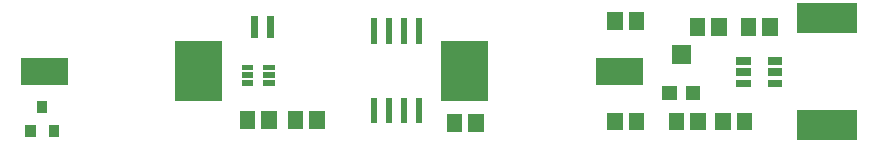
<source format=gbr>
G04 start of page 11 for group -4015 idx -4015 *
G04 Title: (unknown), toppaste *
G04 Creator: pcb 20140316 *
G04 CreationDate: Thu 20 Aug 2020 03:01:14 AM GMT UTC *
G04 For: railfan *
G04 Format: Gerber/RS-274X *
G04 PCB-Dimensions (mil): 3100.00 750.00 *
G04 PCB-Coordinate-Origin: lower left *
%MOIN*%
%FSLAX25Y25*%
%LNTOPPASTE*%
%ADD73R,0.0630X0.0630*%
%ADD72R,0.0470X0.0470*%
%ADD71R,0.0244X0.0244*%
%ADD70R,0.0240X0.0240*%
%ADD69R,0.0200X0.0200*%
%ADD68R,0.1000X0.1000*%
%ADD67R,0.0185X0.0185*%
%ADD66R,0.1560X0.1560*%
%ADD65R,0.0920X0.0920*%
%ADD64R,0.0512X0.0512*%
%ADD63R,0.0340X0.0340*%
G54D63*X15100Y19600D02*Y19000D01*
X22900Y19600D02*Y19000D01*
X19000Y27800D02*Y27200D01*
G54D64*X110543Y23393D02*Y22607D01*
X103457Y23393D02*Y22607D01*
X87457Y23393D02*Y22607D01*
X94543Y23393D02*Y22607D01*
G54D65*X16500Y39250D02*X22900D01*
G54D66*X71200Y41450D02*Y37050D01*
G54D65*X208100Y39250D02*X214500D01*
G54D66*X159800Y41450D02*Y37050D01*
G54D67*X86413Y40559D02*X88500D01*
X86413Y38000D02*X88500D01*
X86413Y35441D02*X88500D01*
X93500D02*X95587D01*
X93500Y38000D02*X95587D01*
X93500Y40559D02*X95587D01*
G54D68*X275500Y21500D02*X285500D01*
X275500Y57000D02*X285500D01*
G54D69*X129500Y29500D02*Y23000D01*
X134500Y29500D02*Y23000D01*
X139500Y29500D02*Y23000D01*
X144500Y29500D02*Y23000D01*
Y56000D02*Y49500D01*
X139500Y56000D02*Y49500D01*
X134500Y56000D02*Y49500D01*
X129500Y56000D02*Y49500D01*
G54D64*X217043Y22893D02*Y22107D01*
X209957Y22893D02*Y22107D01*
X253043Y22893D02*Y22107D01*
X245957Y22893D02*Y22107D01*
G54D70*X95150Y56350D02*Y51650D01*
X89850Y56350D02*Y51650D01*
G54D64*X261543Y54393D02*Y53607D01*
X254457Y54393D02*Y53607D01*
X237457Y54393D02*Y53607D01*
X244543Y54393D02*Y53607D01*
G54D71*X251642Y42740D02*X254004D01*
X251642Y39000D02*X254004D01*
X251642Y35260D02*X254004D01*
X261996D02*X264358D01*
X261996Y39000D02*X264358D01*
X261996Y42740D02*X264358D01*
G54D72*X228099Y31950D02*X228100D01*
X235900D02*X235901D01*
G54D73*X232000Y44750D02*X232001D01*
G54D64*X163543Y22393D02*Y21607D01*
X156457Y22393D02*Y21607D01*
X230457Y22893D02*Y22107D01*
X237543Y22893D02*Y22107D01*
X209957Y56393D02*Y55607D01*
X217043Y56393D02*Y55607D01*
M02*

</source>
